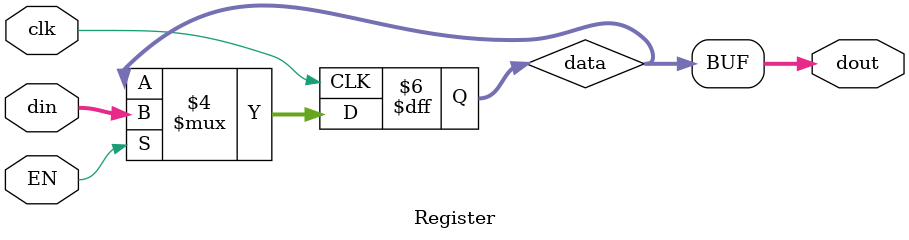
<source format=v>
`timescale 1ns / 1ps
module Register
	#(
	parameter DATA_SIZE=32
	)
	(
	input clk,
	input EN,
	input [DATA_SIZE-1:0]din,
	output [DATA_SIZE-1:0]dout
    );
	reg [DATA_SIZE-1:0]data;
	assign dout=data;
	always@(posedge clk)
		if(EN)
			data=din;
			
	initial
		data=0;
endmodule

</source>
